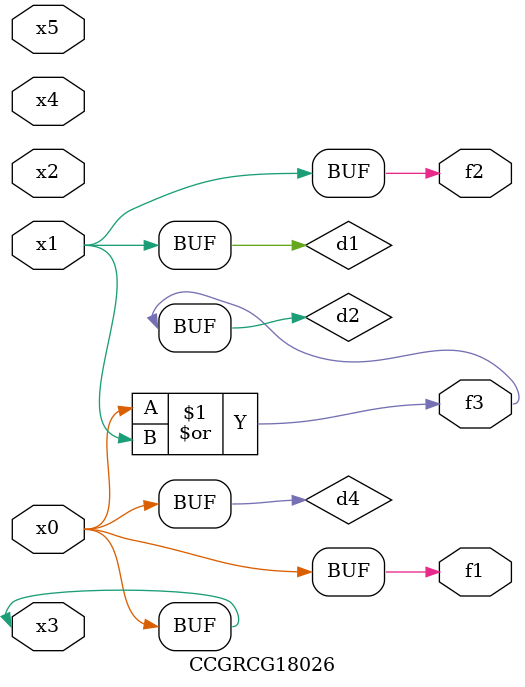
<source format=v>
module CCGRCG18026(
	input x0, x1, x2, x3, x4, x5,
	output f1, f2, f3
);

	wire d1, d2, d3, d4;

	and (d1, x1);
	or (d2, x0, x1);
	nand (d3, x0, x5);
	buf (d4, x0, x3);
	assign f1 = d4;
	assign f2 = d1;
	assign f3 = d2;
endmodule

</source>
